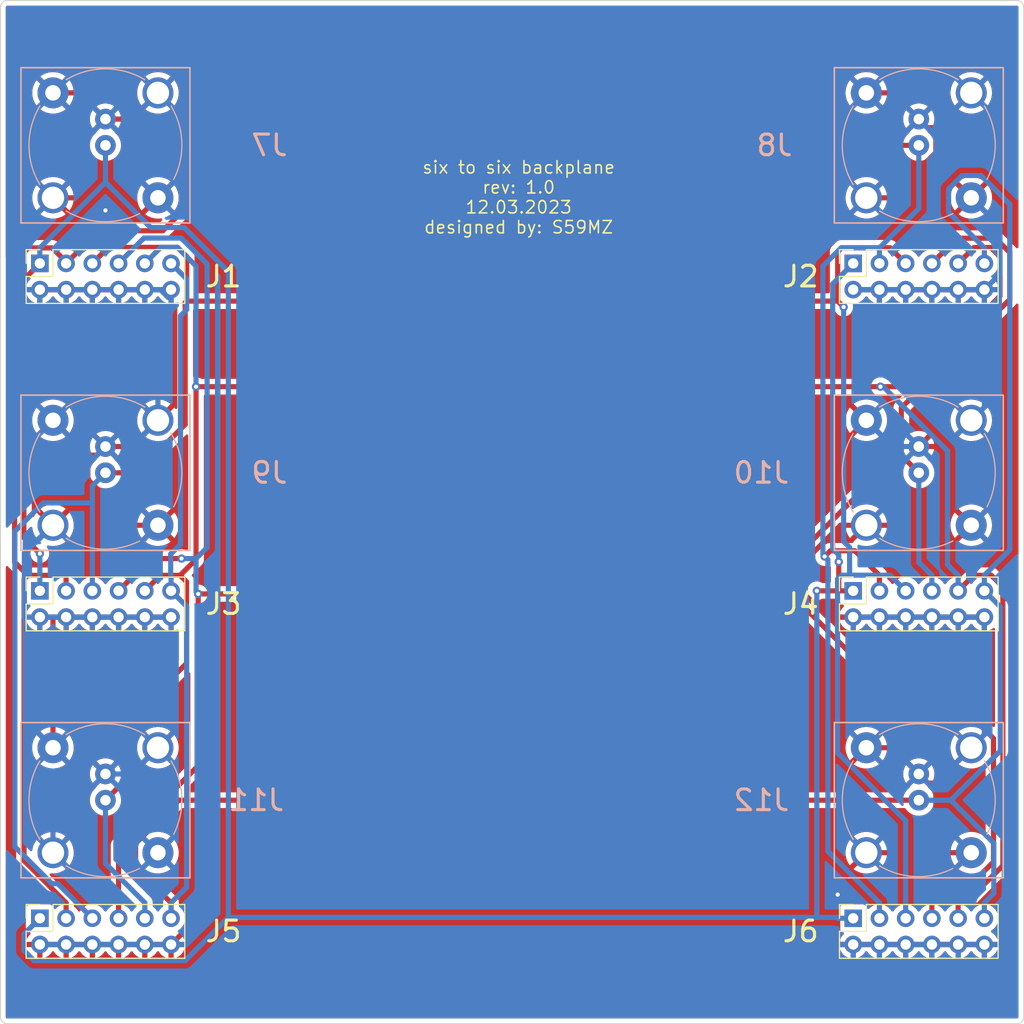
<source format=kicad_pcb>
(kicad_pcb (version 20211014) (generator pcbnew)
  (layers (0 "F.Cu" signal) (31 "B.Cu" signal) (34 "B.Paste" user) (35 "F.Paste" user) (36 "B.SilkS" user "B.Silkscreen") (37 "F.SilkS" user "F.Silkscreen") (38 "B.Mask" user) (39 "F.Mask" user) (44 "Edge.Cuts" user))
  (net 0 "")
  (net 1 "/rf-1")
  (net 2 "GND")
  (net 3 "/rf-2")
  (net 4 "/rf-3")
  (net 5 "/rf-4")
  (net 6 "/rf-5")
  (net 7 "/rf-6")
  (footprint "Connector_PinSocket_2.54mm:PinSocket_2x06_P2.54mm_Vertical" (layer "F.Cu") (at 101.6 101.6 90)
    (fp_text reference "J3" (at -1.27 17.78) (layer "F.SilkS") (effects (font (size 2 2) (thickness 0.3))))
    (fp_text value "RF Conn")
    (pad "1" thru_hole rect locked (at 0 0 90) (size 1.7 1.7) (drill 1) (layers *.Cu *.Mask) (net 1 "/rf-1"))
    (pad "2" thru_hole oval locked (at -2.54 0 90) (size 1.7 1.7) (drill 1) (layers *.Cu *.Mask) (net 2 "GND"))
    (pad "3" thru_hole oval locked (at 0 2.54 90) (size 1.7 1.7) (drill 1) (layers *.Cu *.Mask) (net 3 "/rf-2"))
    (pad "4" thru_hole oval locked (at -2.54 2.54 90) (size 1.7 1.7) (drill 1) (layers *.Cu *.Mask) (net 2 "GND"))
    (pad "5" thru_hole oval locked (at 0 5.08 90) (size 1.7 1.7) (drill 1) (layers *.Cu *.Mask) (net 4 "/rf-3"))
    (pad "6" thru_hole oval locked (at -2.54 5.08 90) (size 1.7 1.7) (drill 1) (layers *.Cu *.Mask) (net 2 "GND"))
    (pad "7" thru_hole oval locked (at 0 7.62 90) (size 1.7 1.7) (drill 1) (layers *.Cu *.Mask) (net 5 "/rf-4"))
    (pad "8" thru_hole oval locked (at -2.54 7.62 90) (size 1.7 1.7) (drill 1) (layers *.Cu *.Mask) (net 2 "GND"))
    (pad "9" thru_hole oval locked (at 0 10.16 90) (size 1.7 1.7) (drill 1) (layers *.Cu *.Mask) (net 6 "/rf-5"))
    (pad "10" thru_hole oval locked (at -2.54 10.16 90) (size 1.7 1.7) (drill 1) (layers *.Cu *.Mask) (net 2 "GND"))
    (pad "11" thru_hole oval locked (at 0 12.7 90) (size 1.7 1.7) (drill 1) (layers *.Cu *.Mask) (net 7 "/rf-6"))
    (pad "12" thru_hole oval locked (at -2.54 12.7 90) (size 1.7 1.7) (drill 1) (layers *.Cu *.Mask) (net 2 "GND"))
  )
  (footprint "Connector_PinSocket_2.54mm:PinSocket_2x06_P2.54mm_Vertical" (layer "F.Cu") (at 101.6 69.9 90)
    (fp_text reference "J1" (at -1.27 17.78) (layer "F.SilkS") (effects (font (size 2 2) (thickness 0.3))))
    (fp_text value "RF Conn")
    (pad "1" thru_hole rect locked (at 0 0 90) (size 1.7 1.7) (drill 1) (layers *.Cu *.Mask) (net 1 "/rf-1"))
    (pad "2" thru_hole oval locked (at -2.54 0 90) (size 1.7 1.7) (drill 1) (layers *.Cu *.Mask) (net 2 "GND"))
    (pad "3" thru_hole oval locked (at 0 2.54 90) (size 1.7 1.7) (drill 1) (layers *.Cu *.Mask) (net 3 "/rf-2"))
    (pad "4" thru_hole oval locked (at -2.54 2.54 90) (size 1.7 1.7) (drill 1) (layers *.Cu *.Mask) (net 2 "GND"))
    (pad "5" thru_hole oval locked (at 0 5.08 90) (size 1.7 1.7) (drill 1) (layers *.Cu *.Mask) (net 4 "/rf-3"))
    (pad "6" thru_hole oval locked (at -2.54 5.08 90) (size 1.7 1.7) (drill 1) (layers *.Cu *.Mask) (net 2 "GND"))
    (pad "7" thru_hole oval locked (at 0 7.62 90) (size 1.7 1.7) (drill 1) (layers *.Cu *.Mask) (net 5 "/rf-4"))
    (pad "8" thru_hole oval locked (at -2.54 7.62 90) (size 1.7 1.7) (drill 1) (layers *.Cu *.Mask) (net 2 "GND"))
    (pad "9" thru_hole oval locked (at 0 10.16 90) (size 1.7 1.7) (drill 1) (layers *.Cu *.Mask) (net 6 "/rf-5"))
    (pad "10" thru_hole oval locked (at -2.54 10.16 90) (size 1.7 1.7) (drill 1) (layers *.Cu *.Mask) (net 2 "GND"))
    (pad "11" thru_hole oval locked (at 0 12.7 90) (size 1.7 1.7) (drill 1) (layers *.Cu *.Mask) (net 7 "/rf-6"))
    (pad "12" thru_hole oval locked (at -2.54 12.7 90) (size 1.7 1.7) (drill 1) (layers *.Cu *.Mask) (net 2 "GND"))
  )
  (footprint "Connector_PinSocket_2.54mm:PinSocket_2x06_P2.54mm_Vertical" (layer "F.Cu") (at 180.34 133.3 90)
    (fp_text reference "J6" (at -1.27 -5.08) (layer "F.SilkS") (effects (font (size 2 2) (thickness 0.3))))
    (fp_text value "RF Conn")
    (pad "1" thru_hole rect locked (at 0 0 90) (size 1.7 1.7) (drill 1) (layers *.Cu *.Mask) (net 1 "/rf-1"))
    (pad "2" thru_hole oval locked (at -2.54 0 90) (size 1.7 1.7) (drill 1) (layers *.Cu *.Mask) (net 2 "GND"))
    (pad "3" thru_hole oval locked (at 0 2.54 90) (size 1.7 1.7) (drill 1) (layers *.Cu *.Mask) (net 3 "/rf-2"))
    (pad "4" thru_hole oval locked (at -2.54 2.54 90) (size 1.7 1.7) (drill 1) (layers *.Cu *.Mask) (net 2 "GND"))
    (pad "5" thru_hole oval locked (at 0 5.08 90) (size 1.7 1.7) (drill 1) (layers *.Cu *.Mask) (net 4 "/rf-3"))
    (pad "6" thru_hole oval locked (at -2.54 5.08 90) (size 1.7 1.7) (drill 1) (layers *.Cu *.Mask) (net 2 "GND"))
    (pad "7" thru_hole oval locked (at 0 7.62 90) (size 1.7 1.7) (drill 1) (layers *.Cu *.Mask) (net 5 "/rf-4"))
    (pad "8" thru_hole oval locked (at -2.54 7.62 90) (size 1.7 1.7) (drill 1) (layers *.Cu *.Mask) (net 2 "GND"))
    (pad "9" thru_hole oval locked (at 0 10.16 90) (size 1.7 1.7) (drill 1) (layers *.Cu *.Mask) (net 6 "/rf-5"))
    (pad "10" thru_hole oval locked (at -2.54 10.16 90) (size 1.7 1.7) (drill 1) (layers *.Cu *.Mask) (net 2 "GND"))
    (pad "11" thru_hole oval locked (at 0 12.7 90) (size 1.7 1.7) (drill 1) (layers *.Cu *.Mask) (net 7 "/rf-6"))
    (pad "12" thru_hole oval locked (at -2.54 12.7 90) (size 1.7 1.7) (drill 1) (layers *.Cu *.Mask) (net 2 "GND"))
  )
  (footprint "Connector_PinSocket_2.54mm:PinSocket_2x06_P2.54mm_Vertical" (layer "F.Cu") (at 101.6 133.3 90)
    (fp_text reference "J5" (at -1.27 17.78) (layer "F.SilkS") (effects (font (size 2 2) (thickness 0.3))))
    (fp_text value "RF Conn")
    (pad "1" thru_hole rect locked (at 0 0 90) (size 1.7 1.7) (drill 1) (layers *.Cu *.Mask) (net 1 "/rf-1"))
    (pad "2" thru_hole oval locked (at -2.54 0 90) (size 1.7 1.7) (drill 1) (layers *.Cu *.Mask) (net 2 "GND"))
    (pad "3" thru_hole oval locked (at 0 2.54 90) (size 1.7 1.7) (drill 1) (layers *.Cu *.Mask) (net 3 "/rf-2"))
    (pad "4" thru_hole oval locked (at -2.54 2.54 90) (size 1.7 1.7) (drill 1) (layers *.Cu *.Mask) (net 2 "GND"))
    (pad "5" thru_hole oval locked (at 0 5.08 90) (size 1.7 1.7) (drill 1) (layers *.Cu *.Mask) (net 4 "/rf-3"))
    (pad "6" thru_hole oval locked (at -2.54 5.08 90) (size 1.7 1.7) (drill 1) (layers *.Cu *.Mask) (net 2 "GND"))
    (pad "7" thru_hole oval locked (at 0 7.62 90) (size 1.7 1.7) (drill 1) (layers *.Cu *.Mask) (net 5 "/rf-4"))
    (pad "8" thru_hole oval locked (at -2.54 7.62 90) (size 1.7 1.7) (drill 1) (layers *.Cu *.Mask) (net 2 "GND"))
    (pad "9" thru_hole oval locked (at 0 10.16 90) (size 1.7 1.7) (drill 1) (layers *.Cu *.Mask) (net 6 "/rf-5"))
    (pad "10" thru_hole oval locked (at -2.54 10.16 90) (size 1.7 1.7) (drill 1) (layers *.Cu *.Mask) (net 2 "GND"))
    (pad "11" thru_hole oval locked (at 0 12.7 90) (size 1.7 1.7) (drill 1) (layers *.Cu *.Mask) (net 7 "/rf-6"))
    (pad "12" thru_hole oval locked (at -2.54 12.7 90) (size 1.7 1.7) (drill 1) (layers *.Cu *.Mask) (net 2 "GND"))
  )
  (footprint "Connector_PinSocket_2.54mm:PinSocket_2x06_P2.54mm_Vertical" (layer "F.Cu") (at 180.34 69.9 90)
    (fp_text reference "J2" (at -1.27 -5.08) (layer "F.SilkS") (effects (font (size 2 2) (thickness 0.3))))
    (fp_text value "RF Conn")
    (pad "1" thru_hole rect locked (at 0 0 90) (size 1.7 1.7) (drill 1) (layers *.Cu *.Mask) (net 1 "/rf-1"))
    (pad "2" thru_hole oval locked (at -2.54 0 90) (size 1.7 1.7) (drill 1) (layers *.Cu *.Mask) (net 2 "GND"))
    (pad "3" thru_hole oval locked (at 0 2.54 90) (size 1.7 1.7) (drill 1) (layers *.Cu *.Mask) (net 3 "/rf-2"))
    (pad "4" thru_hole oval locked (at -2.54 2.54 90) (size 1.7 1.7) (drill 1) (layers *.Cu *.Mask) (net 2 "GND"))
    (pad "5" thru_hole oval locked (at 0 5.08 90) (size 1.7 1.7) (drill 1) (layers *.Cu *.Mask) (net 4 "/rf-3"))
    (pad "6" thru_hole oval locked (at -2.54 5.08 90) (size 1.7 1.7) (drill 1) (layers *.Cu *.Mask) (net 2 "GND"))
    (pad "7" thru_hole oval locked (at 0 7.62 90) (size 1.7 1.7) (drill 1) (layers *.Cu *.Mask) (net 5 "/rf-4"))
    (pad "8" thru_hole oval locked (at -2.54 7.62 90) (size 1.7 1.7) (drill 1) (layers *.Cu *.Mask) (net 2 "GND"))
    (pad "9" thru_hole oval locked (at 0 10.16 90) (size 1.7 1.7) (drill 1) (layers *.Cu *.Mask) (net 6 "/rf-5"))
    (pad "10" thru_hole oval locked (at -2.54 10.16 90) (size 1.7 1.7) (drill 1) (layers *.Cu *.Mask) (net 2 "GND"))
    (pad "11" thru_hole oval locked (at 0 12.7 90) (size 1.7 1.7) (drill 1) (layers *.Cu *.Mask) (net 7 "/rf-6"))
    (pad "12" thru_hole oval locked (at -2.54 12.7 90) (size 1.7 1.7) (drill 1) (layers *.Cu *.Mask) (net 2 "GND"))
  )
  (footprint "Connector_PinSocket_2.54mm:PinSocket_2x06_P2.54mm_Vertical" (layer "F.Cu") (at 180.34 101.6 90)
    (fp_text reference "J4" (at -1.27 -5.08) (layer "F.SilkS") (effects (font (size 2 2) (thickness 0.3))))
    (fp_text value "RF Conn")
    (pad "1" thru_hole rect locked (at 0 0 90) (size 1.7 1.7) (drill 1) (layers *.Cu *.Mask) (net 1 "/rf-1"))
    (pad "2" thru_hole oval locked (at -2.54 0 90) (size 1.7 1.7) (drill 1) (layers *.Cu *.Mask) (net 2 "GND"))
    (pad "3" thru_hole oval locked (at 0 2.54 90) (size 1.7 1.7) (drill 1) (layers *.Cu *.Mask) (net 3 "/rf-2"))
    (pad "4" thru_hole oval locked (at -2.54 2.54 90) (size 1.7 1.7) (drill 1) (layers *.Cu *.Mask) (net 2 "GND"))
    (pad "5" thru_hole oval locked (at 0 5.08 90) (size 1.7 1.7) (drill 1) (layers *.Cu *.Mask) (net 4 "/rf-3"))
    (pad "6" thru_hole oval locked (at -2.54 5.08 90) (size 1.7 1.7) (drill 1) (layers *.Cu *.Mask) (net 2 "GND"))
    (pad "7" thru_hole oval locked (at 0 7.62 90) (size 1.7 1.7) (drill 1) (layers *.Cu *.Mask) (net 5 "/rf-4"))
    (pad "8" thru_hole oval locked (at -2.54 7.62 90) (size 1.7 1.7) (drill 1) (layers *.Cu *.Mask) (net 2 "GND"))
    (pad "9" thru_hole oval locked (at 0 10.16 90) (size 1.7 1.7) (drill 1) (layers *.Cu *.Mask) (net 6 "/rf-5"))
    (pad "10" thru_hole oval locked (at -2.54 10.16 90) (size 1.7 1.7) (drill 1) (layers *.Cu *.Mask) (net 2 "GND"))
    (pad "11" thru_hole oval locked (at 0 12.7 90) (size 1.7 1.7) (drill 1) (layers *.Cu *.Mask) (net 7 "/rf-6"))
    (pad "12" thru_hole oval locked (at -2.54 12.7 90) (size 1.7 1.7) (drill 1) (layers *.Cu *.Mask) (net 2 "GND"))
  )
  (footprint "Library:BNC_vertical" (layer "B.Cu") (at 107.95 58.47 -90)
    (fp_text reference "J7" (at 0 -15.875) (layer "B.SilkS") (effects (font (size 2 2) (thickness 0.3)) (justify mirror)))
    (fp_text value "bnc")
    (pad "1" thru_hole circle locked (at 0 0 270) (size 2 2) (drill 1.016) (layers *.Cu *.Mask) (net 1 "/rf-1"))
    (pad "2" thru_hole circle locked (at 5.08 5.08 270) (size 3 3) (drill 2.159) (layers *.Cu *.Mask) (net 2 "GND"))
    (pad "2" thru_hole circle locked (at 5.08 -5.08 270) (size 3 3) (drill 1.5) (layers *.Cu *.Mask) (net 2 "GND"))
    (pad "2" thru_hole circle locked (at -2.54 0 270) (size 2 2) (drill 1.016) (layers *.Cu *.Mask) (net 2 "GND"))
    (pad "2" thru_hole circle locked (at -5.08 5.08 270) (size 3 3) (drill 1.5) (layers *.Cu *.Mask) (net 2 "GND"))
    (pad "2" thru_hole circle locked (at -5.08 -5.08 270) (size 3 3) (drill 2.159) (layers *.Cu *.Mask) (net 2 "GND"))
  )
  (footprint "Library:BNC_vertical" (layer "B.Cu") (at 186.69 58.47 -90)
    (fp_text reference "J8" (at 0 13.97) (layer "B.SilkS") (effects (font (size 2 2) (thickness 0.3)) (justify mirror)))
    (fp_text value "bnc")
    (pad "1" thru_hole circle locked (at 0 0 270) (size 2 2) (drill 1.016) (layers *.Cu *.Mask) (net 3 "/rf-2"))
    (pad "2" thru_hole circle locked (at 5.08 5.08 270) (size 3 3) (drill 2.159) (layers *.Cu *.Mask) (net 2 "GND"))
    (pad "2" thru_hole circle locked (at 5.08 -5.08 270) (size 3 3) (drill 1.5) (layers *.Cu *.Mask) (net 2 "GND"))
    (pad "2" thru_hole circle locked (at -5.08 -5.08 270) (size 3 3) (drill 2.159) (layers *.Cu *.Mask) (net 2 "GND"))
    (pad "2" thru_hole circle locked (at -5.08 5.08 270) (size 3 3) (drill 1.5) (layers *.Cu *.Mask) (net 2 "GND"))
    (pad "2" thru_hole circle locked (at -2.54 0 270) (size 2 2) (drill 1.016) (layers *.Cu *.Mask) (net 2 "GND"))
  )
  (footprint "Library:BNC_vertical" (layer "B.Cu") (at 107.95 90.17 -90)
    (fp_text reference "J9" (at 0 -15.875 180) (layer "B.SilkS") (effects (font (size 2 2) (thickness 0.3)) (justify mirror)))
    (fp_text value "bnc")
    (pad "1" thru_hole circle locked (at 0 0 270) (size 2 2) (drill 1.016) (layers *.Cu *.Mask) (net 4 "/rf-3"))
    (pad "2" thru_hole circle locked (at 5.08 5.08 270) (size 3 3) (drill 2.159) (layers *.Cu *.Mask) (net 2 "GND"))
    (pad "2" thru_hole circle locked (at -5.08 5.08 270) (size 3 3) (drill 1.5) (layers *.Cu *.Mask) (net 2 "GND"))
    (pad "2" thru_hole circle locked (at -5.08 -5.08 270) (size 3 3) (drill 2.159) (layers *.Cu *.Mask) (net 2 "GND"))
    (pad "2" thru_hole circle locked (at 5.08 -5.08 270) (size 3 3) (drill 1.5) (layers *.Cu *.Mask) (net 2 "GND"))
    (pad "2" thru_hole circle locked (at -2.54 0 270) (size 2 2) (drill 1.016) (layers *.Cu *.Mask) (net 2 "GND"))
  )
  (footprint "Library:BNC_vertical" (layer "B.Cu") (at 186.69 90.17 -90)
    (fp_text reference "J10" (at 0 15.24) (layer "B.SilkS") (effects (font (size 2 2) (thickness 0.3)) (justify mirror)))
    (fp_text value "bnc")
    (pad "1" thru_hole circle locked (at 0 0 270) (size 2 2) (drill 1.016) (layers *.Cu *.Mask) (net 5 "/rf-4"))
    (pad "2" thru_hole circle locked (at -2.54 0 270) (size 2 2) (drill 1.016) (layers *.Cu *.Mask) (net 2 "GND"))
    (pad "2" thru_hole circle locked (at 5.08 -5.08 270) (size 3 3) (drill 1.5) (layers *.Cu *.Mask) (net 2 "GND"))
    (pad "2" thru_hole circle locked (at 5.08 5.08 270) (size 3 3) (drill 2.159) (layers *.Cu *.Mask) (net 2 "GND"))
    (pad "2" thru_hole circle locked (at -5.08 5.08 270) (size 3 3) (drill 1.5) (layers *.Cu *.Mask) (net 2 "GND"))
    (pad "2" thru_hole circle locked (at -5.08 -5.08 270) (size 3 3) (drill 2.159) (layers *.Cu *.Mask) (net 2 "GND"))
  )
  (footprint "Library:BNC_vertical" (layer "B.Cu") (at 186.69 121.87 -90)
    (fp_text reference "J12" (at 0 15.24) (layer "B.SilkS") (effects (font (size 2 2) (thickness 0.3)) (justify mirror)))
    (fp_text value "bnc")
    (pad "1" thru_hole circle locked (at 0 0 270) (size 2 2) (drill 1.016) (layers *.Cu *.Mask) (net 7 "/rf-6"))
    (pad "2" thru_hole circle locked (at -5.08 5.08 270) (size 3 3) (drill 1.5) (layers *.Cu *.Mask) (net 2 "GND"))
    (pad "2" thru_hole circle locked (at -2.54 0 270) (size 2 2) (drill 1.016) (layers *.Cu *.Mask) (net 2 "GND"))
    (pad "2" thru_hole circle locked (at -5.08 -5.08 270) (size 3 3) (drill 2.159) (layers *.Cu *.Mask) (net 2 "GND"))
    (pad "2" thru_hole circle locked (at 5.08 5.08 270) (size 3 3) (drill 2.159) (layers *.Cu *.Mask) (net 2 "GND"))
    (pad "2" thru_hole circle locked (at 5.08 -5.08 270) (size 3 3) (drill 1.5) (layers *.Cu *.Mask) (net 2 "GND"))
  )
  (footprint "Library:BNC_vertical" (layer "B.Cu") (at 107.95 121.87 -90)
    (fp_text reference "J11" (at 0 -14.605) (layer "B.SilkS") (effects (font (size 2 2) (thickness 0.3)) (justify mirror)))
    (fp_text value "bnc")
    (pad "1" thru_hole circle locked (at 0 0 270) (size 2 2) (drill 1.016) (layers *.Cu *.Mask) (net 6 "/rf-5"))
    (pad "2" thru_hole circle locked (at -5.08 5.08 270) (size 3 3) (drill 1.5) (layers *.Cu *.Mask) (net 2 "GND"))
    (pad "2" thru_hole circle locked (at 5.08 5.08 270) (size 3 3) (drill 2.159) (layers *.Cu *.Mask) (net 2 "GND"))
    (pad "2" thru_hole circle locked (at -2.54 0 270) (size 2 2) (drill 1.016) (layers *.Cu *.Mask) (net 2 "GND"))
    (pad "2" thru_hole circle locked (at 5.08 -5.08 270) (size 3 3) (drill 1.5) (layers *.Cu *.Mask) (net 2 "GND"))
    (pad "2" thru_hole circle locked (at -5.08 -5.08 270) (size 3 3) (drill 2.159) (layers *.Cu *.Mask) (net 2 "GND"))
  )
  (gr_arc locked (start 97.79 45.085) (mid 97.975987 44.635987) (end 98.425 44.45) (layer "Edge.Cuts") (width 0.1))
  (gr_arc locked (start 98.425 143.51) (mid 97.975987 143.324013) (end 97.79 142.875) (layer "Edge.Cuts") (width 0.1))
  (gr_line locked (start 98.425 143.51) (end 196.215 143.51) (layer "Edge.Cuts") (width 0.1))
  (gr_arc locked (start 196.215 44.45) (mid 196.664013 44.635987) (end 196.85 45.085) (layer "Edge.Cuts") (width 0.1))
  (gr_line locked (start 196.85 142.875) (end 196.85 45.085) (layer "Edge.Cuts") (width 0.1))
  (gr_line locked (start 196.215 44.45) (end 98.425 44.45) (layer "Edge.Cuts") (width 0.1))
  (gr_arc locked (start 196.85 142.875) (mid 196.664013 143.324013) (end 196.215 143.51) (layer "Edge.Cuts") (width 0.1))
  (gr_line locked (start 97.79 45.085) (end 97.79 142.875) (layer "Edge.Cuts") (width 0.1))
  (gr_text "six to six backplane\nrev: 1.0\n12.03.2023\ndesigned by: S59MZ" (at 147.955 63.5) (layer "F.SilkS") (effects (font (size 1.2 1.2))))
  (segment (start 176.8176 101.6) (end 178.9422 101.6) (width 0.5) (layer "F.Cu") (net 1))
  (segment (start 100.0526 96.4493) (end 101.6 97.9967) (width 0.5) (layer "F.Cu") (net 1))
  (segment (start 178.9422 101.6) (end 178.9422 98.7907) (width 0.5) (layer "F.Cu") (net 1))
  (segment (start 101.6 69.9) (end 100.0526 71.4474) (width 0.5) (layer "F.Cu") (net 1))
  (segment (start 100.0526 71.4474) (end 100.0526 96.4493) (width 0.5) (layer "F.Cu") (net 1))
  (segment (start 178.9422 101.6) (end 180.34 101.6) (width 0.5) (layer "F.Cu") (net 1))
  (via (at 176.8176 101.6) (size 0.8) (drill 0.4) (layers "F.Cu" "B.Cu") (net 1))
  (via (at 101.6 97.9967) (size 0.8) (drill 0.4) (layers "F.Cu" "B.Cu") (net 1))
  (via (at 178.9422 98.7907) (size 0.8) (drill 0.4) (layers "F.Cu" "B.Cu") (net 1))
  (segment (start 112.3262 66.4259) (end 107.95 62.0497) (width 0.5) (layer "B.Cu") (net 1))
  (segment (start 101.0314 137.3972) (end 115.6647 137.3972) (width 0.5) (layer "B.Cu") (net 1))
  (segment (start 176.8176 133.2157) (end 178.7554 133.2157) (width 0.5) (layer "B.Cu") (net 1))
  (segment (start 107.95 58.47) (end 107.95 62.0497) (width 0.5) (layer "B.Cu") (net 1))
  (segment (start 119.8462 133.2157) (end 176.8176 133.2157) (width 0.5) (layer "B.Cu") (net 1))
  (segment (start 180.34 69.9) (end 178.3556 71.8844) (width 0.5) (layer "B.Cu") (net 1))
  (segment (start 101.6 133.3) (end 100.0543 134.8457) (width 0.5) (layer "B.Cu") (net 1))
  (segment (start 107.95 62.0497) (end 101.6 68.3997) (width 0.5) (layer "B.Cu") (net 1))
  (segment (start 101.6 101.6) (end 101.6 97.9967) (width 0.5) (layer "B.Cu") (net 1))
  (segment (start 180.34 133.3) (end 178.8397 133.3) (width 0.5) (layer "B.Cu") (net 1))
  (segment (start 178.3556 97.5334) (end 178.9422 98.12) (width 0.5) (layer "B.Cu") (net 1))
  (segment (start 178.3556 71.8844) (end 178.3556 97.5334) (width 0.5) (layer "B.Cu") (net 1))
  (segment (start 178.7554 133.2157) (end 178.8397 133.3) (width 0.5) (layer "B.Cu") (net 1))
  (segment (start 101.6 69.9) (end 101.6 68.3997) (width 0.5) (layer "B.Cu") (net 1))
  (segment (start 178.9422 98.12) (end 178.9422 98.7907) (width 0.5) (layer "B.Cu") (net 1))
  (segment (start 115.6647 137.3972) (end 119.8462 133.2157) (width 0.5) (layer "B.Cu") (net 1))
  (segment (start 119.8462 133.2157) (end 119.8462 70.704) (width 0.5) (layer "B.Cu") (net 1))
  (segment (start 176.8176 133.2157) (end 176.8176 101.6) (width 0.5) (layer "B.Cu") (net 1))
  (segment (start 119.8462 70.704) (end 115.5681 66.4259) (width 0.5) (layer "B.Cu") (net 1))
  (segment (start 100.0543 134.8457) (end 100.0543 136.4201) (width 0.5) (layer "B.Cu") (net 1))
  (segment (start 100.0543 136.4201) (end 101.0314 137.3972) (width 0.5) (layer "B.Cu") (net 1))
  (segment (start 115.5681 66.4259) (end 112.3262 66.4259) (width 0.5) (layer "B.Cu") (net 1))
  (segment (start 110.49 55.93) (end 113.03 53.39) (width 0.5) (layer "F.Cu") (net 2))
  (segment (start 114.3 135.84) (end 113.2603 135.84) (width 0.5) (layer "F.Cu") (net 2))
  (segment (start 187.96 135.84) (end 185.42 135.84) (width 0.5) (layer "F.Cu") (net 2))
  (segment (start 106.2442 90.8192) (end 106.7725 91.3475) (width 0.5) (layer "F.Cu") (net 2))
  (segment (start 106.68 104.14) (end 109.22 104.14) (width 0.5) (layer "F.Cu") (net 2))
  (segment (start 107.95 55.93) (end 105.41 53.39) (width 0.5) (layer "F.Cu") (net 2))
  (segment (start 102.87 63.55) (end 107.95 63.55) (width 0.5) (layer "F.Cu") (net 2))
  (segment (start 106.68 72.44) (end 104.14 72.44) (width 0.5) (layer "F.Cu") (net 2))
  (segment (start 188.3404 126.95) (end 188.3404 120.2196) (width 0.5) (layer "F.Cu") (net 2))
  (segment (start 181.61 95.25) (end 186.69 95.25) (width 0.5) (layer "F.Cu") (net 2))
  (segment (start 109.22 104.14) (end 111.76 104.14) (width 0.5) (layer "F.Cu") (net 2))
  (segment (start 191.77 116.79) (end 188.3404 120.2196) (width 0.5) (layer "F.Cu") (net 2))
  (segment (start 105.41 53.39) (end 102.87 53.39) (width 0.5) (layer "F.Cu") (net 2))
  (segment (start 187.5169 56.7569) (end 186.69 55.93) (width 0.5) (layer "F.Cu") (net 2))
  (segment (start 178.8397 104.14) (end 177.8488 104.14) (width 0.5) (layer "F.Cu") (net 2))
  (segment (start 106.68 135.84) (end 104.14 135.84) (width 0.5) (layer "F.Cu") (net 2))
  (segment (start 115.8549 131.0124) (end 178.8397 131.0124) (width 0.5) (layer "F.Cu") (net 2))
  (segment (start 184.15 116.79) (end 181.61 116.79) (width 0.5) (layer "F.Cu") (net 2))
  (segment (start 181.61 126.95) (end 178.8397 129.7203) (width 0.5) (layer "F.Cu") (net 2))
  (segment (start 111.76 72.44) (end 109.22 72.44) (width 0.5) (layer "F.Cu") (net 2))
  (segment (start 191.77 63.55) (end 187.8675 59.6475) (width 0.5) (layer "F.Cu") (net 2))
  (segment (start 106.7725 91.3475) (end 102.87 95.25) (width 0.5) (layer "F.Cu") (net 2))
  (segment (start 104.14 135.84) (end 101.6 135.84) (width 0.5) (layer "F.Cu") (net 2))
  (segment (start 185.42 72.44) (end 182.88 72.44) (width 0.5) (layer "F.Cu") (net 2))
  (segment (start 188.3438 56.7569) (end 188.3438 59.1712) (width 0.5) (layer "F.Cu") (net 2))
  (segment (start 188.4031 56.7569) (end 191.77 53.39) (width 0.5) (layer "F.Cu") (net 2))
  (segment (start 190.5 104.14) (end 187.96 104.14) (width 0.5) (layer "F.Cu") (net 2))
  (segment (start 182.88 135.84) (end 180.34 135.84) (width 0.5) (layer "F.Cu") (net 2))
  (segment (start 189.23 87.63) (end 191.77 85.09) (width 0.5) (layer "F.Cu") (net 2))
  (segment (start 107.95 55.93) (end 110.49 55.93) (width 0.5) (layer "F.Cu") (net 2))
  (segment (start 190.5 72.44) (end 187.96 72.44) (width 0.5) (layer "F.Cu") (net 2))
  (segment (start 102.87 116.79) (end 102.87 104.14) (width 0.5) (layer "F.Cu") (net 2))
  (segment (start 107.1158 88.4642) (end 107.95 87.63) (width 0.5) (layer "F.Cu") (net 2))
  (segment (start 187.5796 120.2196) (end 186.69 119.33) (width 0.5) (layer "F.Cu") (net 2))
  (segment (start 106.2442 88.4642) (end 102.87 85.09) (width 0.5) (layer "F.Cu") (net 2))
  (segment (start 188.3438 59.1712) (end 187.8675 59.6475) (width 0.5) (layer "F.Cu") (net 2))
  (segment (start 102.87 104.14) (end 101.6 104.14) (width 0.5) (layer "F.Cu") (net 2))
  (segment (start 107.95 87.63) (end 110.49 87.63) (width 0.5) (layer "F.Cu") (net 2))
  (segment (start 111.76 135.84) (end 109.22 135.84) (width 0.5) (layer "F.Cu") (net 2))
  (segment (start 186.69 87.63) (end 189.23 87.63) (width 0.5) (layer "F.Cu") (net 2))
  (segment (start 115.8549 134.2851) (end 114.3 135.84) (width 0.5) (layer "F.Cu") (net 2))
  (segment (start 107.95 63.55) (end 110.49 61.01) (width 0.5) (layer "F.Cu") (net 2))
  (segment (start 110.49 55.93) (end 110.49 61.01) (width 0.5) (layer "F.Cu") (net 2))
  (segment (start 188.3438 56.7569) (end 187.5169 56.7569) (width 0.5) (layer "F.Cu") (net 2))
  (segment (start 109.22 135.84) (end 106.68 135.84) (width 0.5) (layer "F.Cu") (net 2))
  (segment (start 115.8549 131.0124) (end 115.8549 134.2851) (width 0.5) (layer "F.Cu") (net 2))
  (segment (start 185.42 135.84) (end 182.88 135.84) (width 0.5) (layer "F.Cu") (net 2))
  (segment (start 187.96 104.14) (end 185.42 104.14) (width 0.5) (layer "F.Cu") (net 2))
  (segment (start 193.04 135.84) (end 190.5 135.84) (width 0.5) (layer "F.Cu") (net 2))
  (segment (start 106.68 104.14) (end 105.1797 104.14) (width 0.5) (layer "F.Cu") (net 2))
  (segment (start 193.04 104.14) (end 190.5 104.14) (width 0.5) (layer "F.Cu") (net 2))
  (segment (start 188.3438 56.7569) (end 188.4031 56.7569) (width 0.5) (layer "F.Cu") (net 2))
  (segment (start 188.3404 126.95) (end 191.77 126.95) (width 0.5) (layer "F.Cu") (net 2))
  (segment (start 179.1174 95.25) (end 181.61 95.25) (width 0.5) (layer "F.Cu") (net 2))
  (segment (start 187.8675 59.6475) (end 183.965 63.55) (width 0.5) (layer "F.Cu") (net 2))
  (segment (start 113.03 126.95) (end 115.8549 129.7749) (width 0.5) (layer "F.Cu") (net 2))
  (segment (start 187.96 72.44) (end 185.42 72.44) (width 0.5) (layer "F.Cu") (net 2))
  (segment (start 110.49 87.63) (end 113.03 85.09) (width 0.5) (layer "F.Cu") (net 2))
  (segment (start 177.8488 104.14) (end 175.7082 101.9994) (width 0.5) (layer "F.Cu") (net 2))
  (segment (start 180.34 104.14) (end 178.8397 104.14) (width 0.5) (layer "F.Cu") (net 2))
  (segment (start 106.7725 91.3475) (end 110.675 95.25) (width 0.5) (layer "F.Cu") (net 2))
  (segment (start 175.7082 101.9994) (end 175.7082 98.6592) (width 0.5) (layer "F.Cu") (net 2))
  (segment (start 106.2442 88.4642) (end 107.1158 88.4642) (width 0.5) (layer "F.Cu") (net 2))
  (segment (start 109.22 72.44) (end 106.68 72.44) (width 0.5) (layer "F.Cu") (net 2))
  (segment (start 183.965 63.55) (end 181.61 63.55) (width 0.5) (layer "F.Cu") (net 2))
  (segment (start 190.5 135.84) (end 187.96 135.84) (width 0.5) (layer "F.Cu") (net 2))
  (segment (start 189.23 87.63) (end 189.23 92.71) (width 0.5) (layer "F.Cu") (net 2))
  (segment (start 184.15 53.39) (end 181.61 53.39) (width 0.5) (layer "F.Cu") (net 2))
  (segment (start 181.61 126.95) (end 188.3404 126.95) (width 0.5) (layer "F.Cu") (net 2))
  (segment (start 180.34 135.84) (end 178.8397 135.84) (width 0.5) (layer "F.Cu") (net 2))
  (segment (start 104.14 72.44) (end 101.6 72.44) (width 0.5) (layer "F.Cu") (net 2))
  (segment (start 104.14 104.14) (end 102.87 104.14) (width 0.5) (layer "F.Cu") (net 2))
  (segment (start 186.69 55.93) (end 184.15 53.39) (width 0.5) (layer "F.Cu") (net 2))
  (segment (start 178.8397 129.7203) (end 178.8397 131.0124) (width 0.5) (layer "F.Cu") (net 2))
  (segment (start 105.1797 104.14) (end 104.14 104.14) (width 0.5) (layer "F.Cu") (net 2))
  (segment (start 111.76 135.84) (end 113.2603 135.84) (width 0.5) (layer "F.Cu") (net 2))
  (segment (start 110.49 61.01) (end 113.03 63.55) (width 0.5) (layer "F.Cu") (net 2))
  (segment (start 111.76 104.14) (end 114.3 104.14) (width 0.5) (layer "F.Cu") (net 2))
  (segment (start 189.23 92.71) (end 191.77 95.25) (width 0.5) (layer "F.Cu") (net 2))
  (segment (start 186.69 119.33) (end 184.15 116.79) (width 0.5) (layer "F.Cu") (net 2))
  (segment (start 185.42 104.14) (end 182.88 104.14) (width 0.5) (layer "F.Cu") (net 2))
  (segment (start 106.2442 88.4642) (end 106.2442 90.8192) (width 0.5) (layer "F.Cu") (net 2))
  (segment (start 182.88 104.14) (end 180.34 104.14) (width 0.5) (layer "F.Cu") (net 2))
  (segment (start 110.675 95.25) (end 113.03 95.25) (width 0.5) (layer "F.Cu") (net 2))
  (segment (start 188.3404 120.2196) (end 187.5796 120.2196) (width 0.5) (layer "F.Cu") (net 2))
  (segment (start 186.69 95.25) (end 189.23 92.71) (width 0.5) (layer "F.Cu") (net 2))
  (segment (start 175.7082 98.6592) (end 179.1174 95.25) (width 0.5) (layer "F.Cu") (net 2))
  (segment (start 193.04 72.44) (end 190.5 72.44) (width 0.5) (layer "F.Cu") (net 2))
  (segment (start 178.8397 131.0124) (end 178.8397 135.84) (width 0.5) (layer "F.Cu") (net 2))
  (segment (start 182.88 72.44) (end 180.34 72.44) (width 0.5) (layer "F.Cu") (net 2))
  (segment (start 115.8549 129.7749) (end 115.8549 131.0124) (width 0.5) (layer "F.Cu") (net 2))
  (via (at 178.8397 131.0124) (size 0.8) (drill 0.4) (layers "F.Cu" "B.Cu") (net 2))
  (via (at 107.95 64.77) (size 0.8) (drill 0.4) (layers "F.Cu" "B.Cu") (net 2))
  (segment (start 194.5494 66.3294) (end 191.77 63.55) (width 0.5) (layer "B.Cu") (net 2))
  (segment (start 102.7977 95.25) (end 102.87 95.25) (width 0.5) (layer "B.Cu") (net 2))
  (segment (start 100.0997 66.3203) (end 102.87 63.55) (width 0.5) (layer "B.Cu") (net 2))
  (segment (start 107.95 119.33) (end 110.49 119.33) (width 0.5) (layer "B.Cu") (net 2))
  (segment (start 194.5494 70.9306) (end 194.5494 66.3294) (width 0.5) (layer "B.Cu") (net 2))
  (segment (start 114.3 73.1901) (end 114.0104 73.1901) (width 0.5) (layer "B.Cu") (net 2))
  (segment (start 111.76 72.44) (end 113.2603 72.44) (width 0.5) (layer "B.Cu") (net 2))
  (segment (start 186.69 87.63) (end 184.15 87.63) (width 0.5) (layer "B.Cu") (net 2))
  (segment (start 193.04 72.44) (end 194.5494 70.9306) (width 0.5) (layer "B.Cu") (net 2))
  (segment (start 106.68 120.6) (end 107.95 119.33) (width 0.5) (layer "B.Cu") (net 2))
  (segment (start 113.03 126.95) (end 110.49 124.41) (width 0.5) (layer "B.Cu") (net 2))
  (segment (start 113.03 85.09) (end 113.03 75.2103) (width 0.5) (layer "B.Cu") (net 2))
  (segment (start 191.77 85.09) (end 193.04 83.82) (width 0.5) (layer "B.Cu") (net 2))
  (segment (start 114.0104 73.1901) (end 113.2603 72.44) (width 0.5) (layer "B.Cu") (net 2))
  (segment (start 101.6 104.14) (end 100.0997 104.14) (width 0.5) (layer "B.Cu") (net 2))
  (segment (start 106.68 120.6) (end 102.87 124.41) (width 0.5) (layer "B.Cu") (net 2))
  (segment (start 100.0997 104.14) (end 100.0997 97.948) (width 0.5) (layer "B.Cu") (net 2))
  (segment (start 193.04 83.82) (end 193.04 72.44) (width 0.5) (layer "B.Cu") (net 2))
  (segment (start 184.15 87.63) (end 181.61 85.09) (width 0.5) (layer "B.Cu") (net 2))
  (segment (start 102.87 124.41) (end 102.87 126.95) (width 0.5) (layer "B.Cu") (net 2))
  (segment (start 110.49 124.41) (end 110.49 119.33) (width 0.5) (layer "B.Cu") (net 2))
  (segment (start 100.0997 72.44) (end 100.0997 66.3203) (width 0.5) (layer "B.Cu") (net 2))
  (segment (start 100.0997 97.948) (end 102.7977 95.25) (width 0.5) (layer "B.Cu") (net 2))
  (segment (start 191.77 116.79) (end 193.04 115.52) (width 0.5) (layer "B.Cu") (net 2))
  (segment (start 102.87 116.79) (end 106.68 120.6) (width 0.5) (layer "B.Cu") (net 2))
  (segment (start 113.03 75.2103) (end 114.3 73.9403) (width 0.5) (layer "B.Cu") (net 2))
  (segment (start 114.3 72.44) (end 114.3 73.1901) (width 0.5) (layer "B.Cu") (net 2))
  (segment (start 101.6 72.44) (end 100.0997 72.44) (width 0.5) (layer "B.Cu") (net 2))
  (segment (start 110.49 119.33) (end 113.03 116.79) (width 0.5) (layer "B.Cu") (net 2))
  (segment (start 114.3 73.1901) (end 114.3 73.9403) (width 0.5) (layer "B.Cu") (net 2))
  (segment (start 193.04 115.52) (end 193.04 104.14) (width 0.5) (layer "B.Cu") (net 2))
  (segment (start 180.5056 97.7253) (end 182.88 100.0997) (width 0.5) (layer "F.Cu") (net 3))
  (segment (start 121.7727 58.47) (end 113.5027 66.74) (width 0.5) (layer "F.Cu") (net 3))
  (segment (start 104.14 101.6) (end 104.14 100.0997) (width 0.5) (layer "F.Cu") (net 3))
  (segment (start 100.0689 127.7286) (end 100.0689 100.4669) (width 0.5) (layer "F.Cu") (net 3))
  (segment (start 107.3 66.74) (end 104.2146 69.8254) (width 0.5) (layer "F.Cu") (net 3))
  (segment (start 100.4798 68.3996) (end 99.1523 69.7271) (width 0.5) (layer "F.Cu") (net 3))
  (segment (start 100.4361 100.0997) (end 104.14 100.0997) (width 0.5) (layer "F.Cu") (net 3))
  (segment (start 182.88 101.6) (end 182.88 100.0997) (width 0.5) (layer "F.Cu") (net 3))
  (segment (start 102.7888 68.3996) (end 100.4798 68.3996) (width 0.5) (layer "F.Cu") (net 3))
  (segment (start 177.5744 98.2783) (end 178.1274 97.7253) (width 0.5) (layer "F.Cu") (net 3))
  (segment (start 113.5027 66.74) (end 107.3 66.74) (width 0.5) (layer "F.Cu") (net 3))
  (segment (start 104.14 133.3) (end 104.14 131.7997) (width 0.5) (layer "F.Cu") (net 3))
  (segment (start 178.1274 97.7253) (end 180.5056 97.7253) (width 0.5) (layer "F.Cu") (net 3))
  (segment (start 104.2146 69.8254) (end 102.7888 68.3996) (width 0.5) (layer "F.Cu") (net 3))
  (segment (start 100.0689 100.4669) (end 100.4361 100.0997) (width 0.5) (layer "F.Cu") (net 3))
  (segment (start 186.69 58.47) (end 121.7727 58.47) (width 0.5) (layer "F.Cu") (net 3))
  (segment (start 104.2146 69.8254) (end 104.14 69.9) (width 0.5) (layer "F.Cu") (net 3))
  (segment (start 99.1523 98.8159) (end 100.4361 100.0997) (width 0.5) (layer "F.Cu") (net 3))
  (segment (start 104.14 131.7997) (end 100.0689 127.7286) (width 0.5) (layer "F.Cu") (net 3))
  (segment (start 99.1523 69.7271) (end 99.1523 98.8159) (width 0.5) (layer "F.Cu") (net 3))
  (via (at 177.5744 98.2783) (size 0.8) (drill 0.4) (layers "F.Cu" "B.Cu") (net 3))
  (segment (start 186.69 64.5897) (end 182.88 68.3997) (width 0.5) (layer "B.Cu") (net 3))
  (segment (start 182.88 131.7997) (end 177.8918 126.8115) (width 0.5) (layer "B.Cu") (net 3))
  (segment (start 177.4083 98.1122) (end 177.5744 98.2783) (width 0.5) (layer "B.Cu") (net 3))
  (segment (start 182.88 133.3) (end 182.88 131.7997) (width 0.5) (layer "B.Cu") (net 3))
  (segment (start 177.8918 126.8115) (end 177.8918 98.5957) (width 0.5) (layer "B.Cu") (net 3))
  (segment (start 177.4083 70.159) (end 177.4083 98.1122) (width 0.5) (layer "B.Cu") (net 3))
  (segment (start 186.69 58.47) (end 186.69 64.5897) (width 0.5) (layer "B.Cu") (net 3))
  (segment (start 177.8918 98.5957) (end 177.5744 98.2783) (width 0.5) (layer "B.Cu") (net 3))
  (segment (start 182.88 68.3997) (end 179.1676 68.3997) (width 0.5) (layer "B.Cu") (net 3))
  (segment (start 182.88 69.9) (end 182.88 68.3997) (width 0.5) (layer "B.Cu") (net 3))
  (segment (start 179.1676 68.3997) (end 177.4083 70.159) (width 0.5) (layer "B.Cu") (net 3))
  (segment (start 178.8396 73.5522) (end 115.815 73.5522) (width 0.5) (layer "F.Cu") (net 4))
  (segment (start 115.815 73.5522) (end 115.815 69.229) (width 0.5) (layer "F.Cu") (net 4))
  (segment (start 115.815 69.229) (end 114.9373 68.3513) (width 0.5) (layer "F.Cu") (net 4))
  (segment (start 179.2288 68.3915) (end 178.8396 68.7807) (width 0.5) (layer "F.Cu") (net 4))
  (segment (start 110.9923 90.17) (end 107.95 90.17) (width 0.5) (layer "F.Cu") (net 4))
  (segment (start 185.42 69.9) (end 183.9115 68.3915) (width 0.5) (layer "F.Cu") (net 4))
  (segment (start 178.8396 68.7807) (end 178.8396 73.5522) (width 0.5) (layer "F.Cu") (net 4))
  (segment (start 115.815 73.5522) (end 115.6678 73.6994) (width 0.5) (layer "F.Cu") (net 4))
  (segment (start 115.6678 85.4945) (end 110.9923 90.17) (width 0.5) (layer "F.Cu") (net 4))
  (segment (start 183.9115 68.3915) (end 179.2288 68.3915) (width 0.5) (layer "F.Cu") (net 4))
  (segment (start 108.2287 68.3513) (end 106.68 69.9) (width 0.5) (layer "F.Cu") (net 4))
  (segment (start 178.8396 73.5522) (end 179.4143 74.1269) (width 0.5) (layer "F.Cu") (net 4))
  (segment (start 115.6678 73.6994) (end 115.6678 85.4945) (width 0.5) (layer "F.Cu") (net 4))
  (segment (start 114.9373 68.3513) (end 108.2287 68.3513) (width 0.5) (layer "F.Cu") (net 4))
  (via (at 179.4143 74.1269) (size 0.8) (drill 0.4) (layers "F.Cu" "B.Cu") (net 4))
  (segment (start 103.332 129.952) (end 102.7604 129.952) (width 0.5) (layer "B.Cu") (net 4))
  (segment (start 178.8234 117.2645) (end 178.8234 100.4728) (width 0.5) (layer "B.Cu") (net 4))
  (segment (start 179.9926 97.3971) (end 179.4143 96.8188) (width 0.5) (layer "B.Cu") (net 4))
  (segment (start 106.68 133.3) (end 103.332 129.952) (width 0.5) (layer "B.Cu") (net 4))
  (segment (start 179.2094 100.0868) (end 179.9926 100.0868) (width 0.5) (layer "B.Cu") (net 4))
  (segment (start 179.4143 96.8188) (end 179.4143 74.1269) (width 0.5) (layer "B.Cu") (net 4))
  (segment (start 106.68 93.0873) (end 106.68 101.6) (width 0.5) (layer "B.Cu") (net 4))
  (segment (start 102.7604 129.952) (end 99.1806 126.3722) (width 0.5) (layer "B.Cu") (net 4))
  (segment (start 99.1806 126.3722) (end 99.1806 95.8327) (width 0.5) (layer "B.Cu") (net 4))
  (segment (start 107.95 90.17) (end 106.68 91.44) (width 0.5) (layer "B.Cu") (net 4))
  (segment (start 185.42 123.8611) (end 178.8234 117.2645) (width 0.5) (layer "B.Cu") (net 4))
  (segment (start 106.68 91.44) (end 106.68 93.0873) (width 0.5) (layer "B.Cu") (net 4))
  (segment (start 99.1806 95.8327) (end 101.926 93.0873) (width 0.5) (layer "B.Cu") (net 4))
  (segment (start 183.9068 100.0868) (end 185.42 101.6) (width 0.5) (layer "B.Cu") (net 4))
  (segment (start 101.926 93.0873) (end 106.68 93.0873) (width 0.5) (layer "B.Cu") (net 4))
  (segment (start 178.8234 100.4728) (end 179.2094 100.0868) (width 0.5) (layer "B.Cu") (net 4))
  (segment (start 179.9926 100.0868) (end 183.9068 100.0868) (width 0.5) (layer "B.Cu") (net 4))
  (segment (start 185.42 133.3) (end 185.42 131.7997) (width 0.5) (layer "B.Cu") (net 4))
  (segment (start 185.42 131.7997) (end 185.42 123.8611) (width 0.5) (layer "B.Cu") (net 4))
  (segment (start 179.9926 100.0868) (end 179.9926 97.3971) (width 0.5) (layer "B.Cu") (net 4))
  (segment (start 109.22 133.3) (end 109.22 131.7997) (width 0.5) (layer "F.Cu") (net 5))
  (segment (start 116.9275 118.5353) (end 116.9275 101.9) (width 0.5) (layer "F.Cu") (net 5))
  (segment (start 174.7389 101.9) (end 174.7389 102.3266) (width 0.5) (layer "F.Cu") (net 5))
  (segment (start 184.9995 88.4795) (end 184.9995 83.8858) (width 0.5) (layer "F.Cu") (net 5))
  (segment (start 174.7389 101.9) (end 116.9275 101.9) (width 0.5) (layer "F.Cu") (net 5))
  (segment (start 195.5068 73.3785) (end 195.5068 68.8544) (width 0.5) (layer "F.Cu") (net 5))
  (segment (start 174.7389 102.3266) (end 184.716 112.3037) (width 0.5) (layer "F.Cu") (net 5))
  (segment (start 184.9995 88.4795) (end 184.6146 88.4795) (width 0.5) (layer "F.Cu") (net 5))
  (segment (start 115.3158 98.4755) (end 112.3445 98.4755) (width 0.5) (layer "F.Cu") (net 5))
  (segment (start 112.3445 98.4755) (end 109.22 101.6) (width 0.5) (layer "F.Cu") (net 5))
  (segment (start 184.716 112.3037) (end 190.3359 112.3037) (width 0.5) (layer "F.Cu") (net 5))
  (segment (start 109.22 131.7997) (end 109.22 126.2428) (width 0.5) (layer "F.Cu") (net 5))
  (segment (start 109.22 126.2428) (end 116.9275 118.5353) (width 0.5) (layer "F.Cu") (net 5))
  (segment (start 190.3963 67.4637) (end 187.96 69.9) (width 0.5) (layer "F.Cu") (net 5))
  (segment (start 190.3359 112.3037) (end 193.9245 115.8923) (width 0.5) (layer "F.Cu") (net 5))
  (segment (start 187.96 133.3) (end 187.96 131.7997) (width 0.5) (layer "F.Cu") (net 5))
  (segment (start 191.63 130.1325) (end 189.6272 130.1325) (width 0.5) (layer "F.Cu") (net 5))
  (segment (start 186.69 90.17) (end 184.9995 88.4795) (width 0.5) (layer "F.Cu") (net 5))
  (segment (start 189.6272 130.1325) (end 187.96 131.7997) (width 0.5) (layer "F.Cu") (net 5))
  (segment (start 174.7389 98.3552) (end 174.7389 101.9) (width 0.5) (layer "F.Cu") (net 5))
  (segment (start 193.9245 115.8923) (end 193.9245 127.838) (width 0.5) (layer "F.Cu") (net 5))
  (segment (start 184.9995 83.8858) (end 195.5068 73.3785) (width 0.5) (layer "F.Cu") (net 5))
  (segment (start 194.1161 67.4637) (end 190.3963 67.4637) (width 0.5) (layer "F.Cu") (net 5))
  (segment (start 184.6146 88.4795) (end 174.7389 98.3552) (width 0.5) (layer "F.Cu") (net 5))
  (segment (start 195.5068 68.8544) (end 194.1161 67.4637) (width 0.5) (layer "F.Cu") (net 5))
  (segment (start 193.9245 127.838) (end 191.63 130.1325) (width 0.5) (layer "F.Cu") (net 5))
  (via (at 115.3158 98.4755) (size 0.8) (drill 0.4) (layers "F.Cu" "B.Cu") (net 5))
  (via (at 116.9275 101.9) (size 0.8) (drill 0.4) (layers "F.Cu" "B.Cu") (net 5))
  (segment (start 115.2828 67.45) (end 117.7899 69.9571) (width 0.5) (layer "B.Cu") (net 5))
  (segment (start 116.7208 101.6933) (end 116.9275 101.9) (width 0.5) (layer "B.Cu") (net 5))
  (segment (start 186.69 90.17) (end 186.69 98.8297) (width 0.5) (layer "B.Cu") (net 5))
  (segment (start 117.7899 69.9571) (end 117.7899 97.4064) (width 0.5) (layer "B.Cu") (net 5))
  (segment (start 187.96 101.6) (end 187.96 100.0997) (width 0.5) (layer "B.Cu") (net 5))
  (segment (start 116.7208 98.4755) (end 116.7208 101.6933) (width 0.5) (layer "B.Cu") (net 5))
  (segment (start 116.7208 98.4755) (end 115.3158 98.4755) (width 0.5) (layer "B.Cu") (net 5))
  (segment (start 186.69 98.8297) (end 187.96 100.0997) (width 0.5) (layer "B.Cu") (net 5))
  (segment (start 109.22 69.9) (end 111.67 67.45) (width 0.5) (layer "B.Cu") (net 5))
  (segment (start 117.7899 97.4064) (end 116.7208 98.4755) (width 0.5) (layer "B.Cu") (net 5))
  (segment (start 111.67 67.45) (end 115.2828 67.45) (width 0.5) (layer "B.Cu") (net 5))
  (segment (start 190.5 133.3) (end 190.5 131.7997) (width 0.5) (layer "F.Cu") (net 6))
  (segment (start 116.7181 98.5586) (end 116.7181 81.8368) (width 0.5) (layer "F.Cu") (net 6))
  (segment (start 192.0359 68.3641) (end 190.5 69.9) (width 0.5) (layer "F.Cu") (net 6))
  (segment (start 194.5519 69.2588) (end 193.6572 68.3641) (width 0.5) (layer "F.Cu") (net 6))
  (segment (start 110.49 113.9294) (end 115.8003 108.6191) (width 0.5) (layer "F.Cu") (net 6))
  (segment (start 182.9822 81.8368) (end 185.7752 81.8368) (width 0.5) (layer "F.Cu") (net 6))
  (segment (start 190.5 101.6) (end 192.0097 100.0903) (width 0.5) (layer "F.Cu") (net 6))
  (segment (start 182.9822 81.8368) (end 116.7181 81.8368) (width 0.5) (layer "F.Cu") (net 6))
  (segment (start 111.76 101.6) (end 113.2603 100.0997) (width 0.5) (layer "F.Cu") (net 6))
  (segment (start 113.2603 100.0997) (end 115.177 100.0997) (width 0.5) (layer "F.Cu") (net 6))
  (segment (start 192.0097 100.0903) (end 193.701 100.0903) (width 0.5) (layer "F.Cu") (net 6))
  (segment (start 194.8297 128.2061) (end 191.2361 131.7997) (width 0.5) (layer "F.Cu") (net 6))
  (segment (start 185.7752 81.8368) (end 194.5519 73.0601) (width 0.5) (layer "F.Cu") (net 6))
  (segment (start 115.8003 100.723) (end 115.177 100.0997) (width 0.5) (layer "F.Cu") (net 6))
  (segment (start 191.2361 131.7997) (end 190.5 131.7997) (width 0.5) (layer "F.Cu") (net 6))
  (segment (start 193.701 100.0903) (end 194.8297 101.219) (width 0.5) (layer "F.Cu") (net 6))
  (segment (start 115.177 100.0997) (end 116.7181 98.5586) (width 0.5) (layer "F.Cu") (net 6))
  (segment (start 115.8003 108.6191) (end 115.8003 100.723) (width 0.5) (layer "F.Cu") (net 6))
  (segment (start 193.6572 68.3641) (end 192.0359 68.3641) (width 0.5) (layer "F.Cu") (net 6))
  (segment (start 194.8297 101.219) (end 194.8297 128.2061) (width 0.5) (layer "F.Cu") (net 6))
  (segment (start 110.49 119.33) (end 110.49 113.9294) (width 0.5) (layer "F.Cu") (net 6))
  (segment (start 107.95 121.87) (end 110.49 119.33) (width 0.5) (layer "F.Cu") (net 6))
  (segment (start 194.5519 73.0601) (end 194.5519 69.2588) (width 0.5) (layer "F.Cu") (net 6))
  (via (at 182.9822 81.8368) (size 0.8) (drill 0.4) (layers "F.Cu" "B.Cu") (net 6))
  (via (at 116.7181 81.8368) (size 0.8) (drill 0.4) (layers "F.Cu" "B.Cu") (net 6))
  (segment (start 116.7181 70.1586) (end 116.7181 81.8368) (width 0.5) (layer "B.Cu") (net 6))
  (segment (start 111.76 133.3) (end 111.76 131.7997) (width 0.5) (layer "B.Cu") (net 6))
  (segment (start 107.95 127.9897) (end 111.76 131.7997) (width 0.5) (layer "B.Cu") (net 6))
  (segment (start 189.4716 99.0713) (end 189.4716 88.0571) (width 0.5) (layer "B.Cu") (net 6))
  (segment (start 107.95 121.87) (end 107.95 127.9897) (width 0.5) (layer "B.Cu") (net 6))
  (segment (start 190.5 101.6) (end 190.5 100.0997) (width 0.5) (layer "B.Cu") (net 6))
  (segment (start 190.5 100.0997) (end 189.4716 99.0713) (width 0.5) (layer "B.Cu") (net 6))
  (segment (start 111.76 69.9) (end 113.3096 68.3504) (width 0.5) (layer "B.Cu") (net 6))
  (segment (start 113.3096 68.3504) (end 114.9099 68.3504) (width 0.5) (layer "B.Cu") (net 6))
  (segment (start 183.2513 81.8368) (end 182.9822 81.8368) (width 0.5) (layer "B.Cu") (net 6))
  (segment (start 189.4716 88.0571) (end 183.2513 81.8368) (width 0.5) (layer "B.Cu") (net 6))
  (segment (start 114.9099 68.3504) (end 116.7181 70.1586) (width 0.5) (layer "B.Cu") (net 6))
  (segment (start 186.69 121.87) (end 115.0675 121.87) (width 0.5) (layer "F.Cu") (net 7))
  (segment (start 110.8652 128.3649) (end 114.3 131.7997) (width 0.5) (layer "F.Cu") (net 7))
  (segment (start 114.3 133.3) (end 114.3 131.7997) (width 0.5) (layer "F.Cu") (net 7))
  (segment (start 115.0675 121.87) (end 110.8652 126.0723) (width 0.5) (layer "F.Cu") (net 7))
  (segment (start 110.8652 126.0723) (end 110.8652 128.3649) (width 0.5) (layer "F.Cu") (net 7))
  (segment (start 194.5809 103.1409) (end 193.04 101.6) (width 0.5) (layer "B.Cu") (net 7))
  (segment (start 189.8039 121.87) (end 193.9529 126.019) (width 0.5) (layer "B.Cu") (net 7))
  (segment (start 115.2155 74.975) (end 115.2155 97.0905) (width 0.5) (layer "B.Cu") (net 7))
  (segment (start 114.3 69.9) (end 115.8108 71.4108) (width 0.5) (layer "B.Cu") (net 7))
  (segment (start 193.9529 126.019) (end 193.9529 130.8868) (width 0.5) (layer "B.Cu") (net 7))
  (segment (start 193.04 101.6) (end 193.04 100.0997) (width 0.5) (layer "B.Cu") (net 7))
  (segment (start 114.2655 100.0652) (end 114.3 100.0997) (width 0.5) (layer "B.Cu") (net 7))
  (segment (start 114.3 133.3) (end 114.3 131.7997) (width 0.5) (layer "B.Cu") (net 7))
  (segment (start 115.8098 130.2899) (end 115.8098 103.1098) (width 0.5) (layer "B.Cu") (net 7))
  (segment (start 189.8039 121.87) (end 194.5809 117.093) (width 0.5) (layer "B.Cu") (net 7))
  (segment (start 194.5809 117.093) (end 194.5809 103.1409) (width 0.5) (layer "B.Cu") (net 7))
  (segment (start 190.8834 61.3939) (end 189.5756 62.7017) (width 0.5) (layer "B.Cu") (net 7))
  (segment (start 186.69 121.87) (end 189.8039 121.87) (width 0.5) (layer "B.Cu") (net 7))
  (segment (start 189.5756 62.7017) (end 189.5756 64.9353) (width 0.5) (layer "B.Cu") (net 7))
  (segment (start 193.04 69.9) (end 193.04 68.3997) (width 0.5) (layer "B.Cu") (net 7))
  (segment (start 115.8098 103.1098) (end 114.3 101.6) (width 0.5) (layer "B.Cu") (net 7))
  (segment (start 115.8108 71.4108) (end 115.8108 74.3797) (width 0.5) (layer "B.Cu") (net 7))
  (segment (start 193.04 100.0997) (end 195.5013 97.6384) (width 0.5) (layer "B.Cu") (net 7))
  (segment (start 193.9529 130.8868) (end 193.04 131.7997) (width 0.5) (layer "B.Cu") (net 7))
  (segment (start 114.3 131.7997) (end 115.8098 130.2899) (width 0.5) (layer "B.Cu") (net 7))
  (segment (start 193.04 133.3) (end 193.04 131.7997) (width 0.5) (layer "B.Cu") (net 7))
  (segment (start 192.7179 61.3939) (end 190.8834 61.3939) (width 0.5) (layer "B.Cu") (net 7))
  (segment (start 115.2155 97.0905) (end 114.2655 98.0405) (width 0.5) (layer "B.Cu") (net 7))
  (segment (start 114.2655 98.0405) (end 114.2655 100.0652) (width 0.5) (layer "B.Cu") (net 7))
  (segment (start 195.5013 64.1773) (end 192.7179 61.3939) (width 0.5) (layer "B.Cu") (net 7))
  (segment (start 114.3 101.6) (end 114.3 100.0997) (width 0.5) (layer "B.Cu") (net 7))
  (segment (start 195.5013 97.6384) (end 195.5013 64.1773) (width 0.5) (layer "B.Cu") (net 7))
  (segment (start 189.5756 64.9353) (end 193.04 68.3997) (width 0.5) (layer "B.Cu") (net 7))
  (segment (start 115.8108 74.3797) (end 115.2155 74.975) (width 0.5) (layer "B.Cu") (net 7))
  (zone (net 2) (net_name "GND") (layers F&B.Cu) (connect_pads (clearance 0.508)) (min_thickness 0.254) (fill yes (thermal_gap 0.508) (thermal_bridge_width 0.508))
    (polygon (pts (xy 196.85 143.51) (xy 97.79 143.51) (xy 97.79 44.45) (xy 196.85 44.45)))
  )
)
</source>
